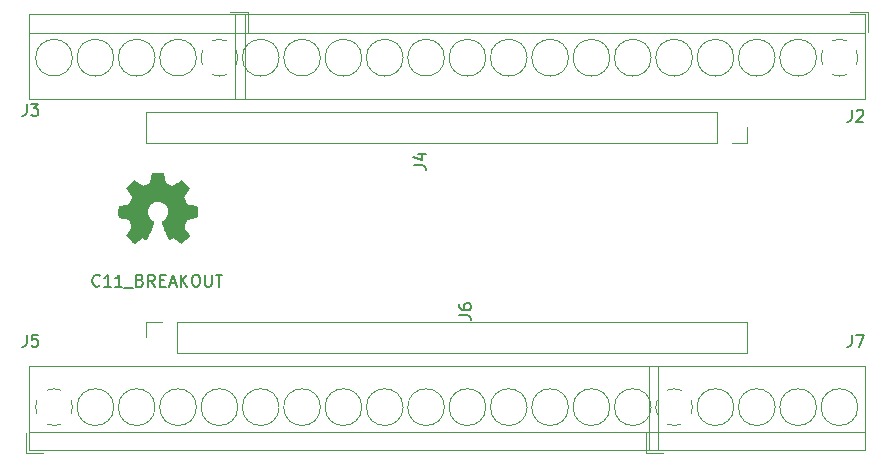
<source format=gbr>
G04 #@! TF.GenerationSoftware,KiCad,Pcbnew,5.1.5+dfsg1-2build2*
G04 #@! TF.CreationDate,2021-02-18T12:16:05-05:00*
G04 #@! TF.ProjectId,C11,4331312e-6b69-4636-9164-5f7063625858,rev?*
G04 #@! TF.SameCoordinates,Original*
G04 #@! TF.FileFunction,Legend,Top*
G04 #@! TF.FilePolarity,Positive*
%FSLAX46Y46*%
G04 Gerber Fmt 4.6, Leading zero omitted, Abs format (unit mm)*
G04 Created by KiCad (PCBNEW 5.1.5+dfsg1-2build2) date 2021-02-18 12:16:05*
%MOMM*%
%LPD*%
G04 APERTURE LIST*
%ADD10C,0.150000*%
%ADD11C,0.120000*%
%ADD12C,0.010000*%
G04 APERTURE END LIST*
D10*
X29990066Y-43537142D02*
X29942447Y-43584761D01*
X29799590Y-43632380D01*
X29704352Y-43632380D01*
X29561495Y-43584761D01*
X29466257Y-43489523D01*
X29418638Y-43394285D01*
X29371019Y-43203809D01*
X29371019Y-43060952D01*
X29418638Y-42870476D01*
X29466257Y-42775238D01*
X29561495Y-42680000D01*
X29704352Y-42632380D01*
X29799590Y-42632380D01*
X29942447Y-42680000D01*
X29990066Y-42727619D01*
X30942447Y-43632380D02*
X30371019Y-43632380D01*
X30656733Y-43632380D02*
X30656733Y-42632380D01*
X30561495Y-42775238D01*
X30466257Y-42870476D01*
X30371019Y-42918095D01*
X31894828Y-43632380D02*
X31323400Y-43632380D01*
X31609114Y-43632380D02*
X31609114Y-42632380D01*
X31513876Y-42775238D01*
X31418638Y-42870476D01*
X31323400Y-42918095D01*
X32085304Y-43727619D02*
X32847209Y-43727619D01*
X33418638Y-43108571D02*
X33561495Y-43156190D01*
X33609114Y-43203809D01*
X33656733Y-43299047D01*
X33656733Y-43441904D01*
X33609114Y-43537142D01*
X33561495Y-43584761D01*
X33466257Y-43632380D01*
X33085304Y-43632380D01*
X33085304Y-42632380D01*
X33418638Y-42632380D01*
X33513876Y-42680000D01*
X33561495Y-42727619D01*
X33609114Y-42822857D01*
X33609114Y-42918095D01*
X33561495Y-43013333D01*
X33513876Y-43060952D01*
X33418638Y-43108571D01*
X33085304Y-43108571D01*
X34656733Y-43632380D02*
X34323400Y-43156190D01*
X34085304Y-43632380D02*
X34085304Y-42632380D01*
X34466257Y-42632380D01*
X34561495Y-42680000D01*
X34609114Y-42727619D01*
X34656733Y-42822857D01*
X34656733Y-42965714D01*
X34609114Y-43060952D01*
X34561495Y-43108571D01*
X34466257Y-43156190D01*
X34085304Y-43156190D01*
X35085304Y-43108571D02*
X35418638Y-43108571D01*
X35561495Y-43632380D02*
X35085304Y-43632380D01*
X35085304Y-42632380D01*
X35561495Y-42632380D01*
X35942447Y-43346666D02*
X36418638Y-43346666D01*
X35847209Y-43632380D02*
X36180542Y-42632380D01*
X36513876Y-43632380D01*
X36847209Y-43632380D02*
X36847209Y-42632380D01*
X37418638Y-43632380D02*
X36990066Y-43060952D01*
X37418638Y-42632380D02*
X36847209Y-43203809D01*
X38037685Y-42632380D02*
X38228161Y-42632380D01*
X38323400Y-42680000D01*
X38418638Y-42775238D01*
X38466257Y-42965714D01*
X38466257Y-43299047D01*
X38418638Y-43489523D01*
X38323400Y-43584761D01*
X38228161Y-43632380D01*
X38037685Y-43632380D01*
X37942447Y-43584761D01*
X37847209Y-43489523D01*
X37799590Y-43299047D01*
X37799590Y-42965714D01*
X37847209Y-42775238D01*
X37942447Y-42680000D01*
X38037685Y-42632380D01*
X38894828Y-42632380D02*
X38894828Y-43441904D01*
X38942447Y-43537142D01*
X38990066Y-43584761D01*
X39085304Y-43632380D01*
X39275780Y-43632380D01*
X39371019Y-43584761D01*
X39418638Y-43537142D01*
X39466257Y-43441904D01*
X39466257Y-42632380D01*
X39799590Y-42632380D02*
X40371019Y-42632380D01*
X40085304Y-43632380D02*
X40085304Y-42632380D01*
D11*
X33910000Y-47940000D02*
X33910000Y-46610000D01*
X33910000Y-46610000D02*
X35240000Y-46610000D01*
X36510000Y-46610000D02*
X84830000Y-46610000D01*
X84830000Y-49270000D02*
X84830000Y-46610000D01*
X36510000Y-49270000D02*
X84830000Y-49270000D01*
X36510000Y-49270000D02*
X36510000Y-46610000D01*
X76220000Y-57743000D02*
X77720000Y-57743000D01*
X76220000Y-56003000D02*
X76220000Y-57743000D01*
X94780000Y-50383000D02*
X94780000Y-57503000D01*
X76460000Y-50383000D02*
X76460000Y-57503000D01*
X76460000Y-57503000D02*
X94780000Y-57503000D01*
X76460000Y-50383000D02*
X94780000Y-50383000D01*
X76460000Y-55943000D02*
X94780000Y-55943000D01*
X94175000Y-53843000D02*
G75*
G03X94175000Y-53843000I-1555000J0D01*
G01*
X90675000Y-53843000D02*
G75*
G03X90675000Y-53843000I-1555000J0D01*
G01*
X87175000Y-53843000D02*
G75*
G03X87175000Y-53843000I-1555000J0D01*
G01*
X83675000Y-53843000D02*
G75*
G03X83675000Y-53843000I-1555000J0D01*
G01*
X78647011Y-55398492D02*
G75*
G02X78012000Y-55275000I-27011J1555492D01*
G01*
X77187891Y-54450742D02*
G75*
G02X77188000Y-53235000I1432109J607742D01*
G01*
X78012258Y-52410891D02*
G75*
G02X79228000Y-52411000I607742J-1432109D01*
G01*
X80052109Y-53235258D02*
G75*
G02X80052000Y-54451000I-1432109J-607742D01*
G01*
X79227587Y-55274385D02*
G75*
G02X78620000Y-55398000I-607587J1431385D01*
G01*
X23720000Y-57743000D02*
X25220000Y-57743000D01*
X23720000Y-56003000D02*
X23720000Y-57743000D01*
X77280000Y-50383000D02*
X77280000Y-57503000D01*
X23960000Y-50383000D02*
X23960000Y-57503000D01*
X23960000Y-57503000D02*
X77280000Y-57503000D01*
X23960000Y-50383000D02*
X77280000Y-50383000D01*
X23960000Y-55943000D02*
X77280000Y-55943000D01*
X76675000Y-53843000D02*
G75*
G03X76675000Y-53843000I-1555000J0D01*
G01*
X73175000Y-53843000D02*
G75*
G03X73175000Y-53843000I-1555000J0D01*
G01*
X69675000Y-53843000D02*
G75*
G03X69675000Y-53843000I-1555000J0D01*
G01*
X66175000Y-53843000D02*
G75*
G03X66175000Y-53843000I-1555000J0D01*
G01*
X62675000Y-53843000D02*
G75*
G03X62675000Y-53843000I-1555000J0D01*
G01*
X59175000Y-53843000D02*
G75*
G03X59175000Y-53843000I-1555000J0D01*
G01*
X55675000Y-53843000D02*
G75*
G03X55675000Y-53843000I-1555000J0D01*
G01*
X52175000Y-53843000D02*
G75*
G03X52175000Y-53843000I-1555000J0D01*
G01*
X48675000Y-53843000D02*
G75*
G03X48675000Y-53843000I-1555000J0D01*
G01*
X45175000Y-53843000D02*
G75*
G03X45175000Y-53843000I-1555000J0D01*
G01*
X41675000Y-53843000D02*
G75*
G03X41675000Y-53843000I-1555000J0D01*
G01*
X38175000Y-53843000D02*
G75*
G03X38175000Y-53843000I-1555000J0D01*
G01*
X34675000Y-53843000D02*
G75*
G03X34675000Y-53843000I-1555000J0D01*
G01*
X31175000Y-53843000D02*
G75*
G03X31175000Y-53843000I-1555000J0D01*
G01*
X26147011Y-55398492D02*
G75*
G02X25512000Y-55275000I-27011J1555492D01*
G01*
X24687891Y-54450742D02*
G75*
G02X24688000Y-53235000I1432109J607742D01*
G01*
X25512258Y-52410891D02*
G75*
G02X26728000Y-52411000I607742J-1432109D01*
G01*
X27552109Y-53235258D02*
G75*
G02X27552000Y-54451000I-1432109J-607742D01*
G01*
X26727587Y-55274385D02*
G75*
G02X26120000Y-55398000I-607587J1431385D01*
G01*
X84830000Y-30160000D02*
X84830000Y-31490000D01*
X84830000Y-31490000D02*
X83500000Y-31490000D01*
X82230000Y-31490000D02*
X33910000Y-31490000D01*
X33910000Y-28830000D02*
X33910000Y-31490000D01*
X82230000Y-28830000D02*
X33910000Y-28830000D01*
X82230000Y-28830000D02*
X82230000Y-31490000D01*
X42520000Y-20357000D02*
X41020000Y-20357000D01*
X42520000Y-22097000D02*
X42520000Y-20357000D01*
X23960000Y-27717000D02*
X23960000Y-20597000D01*
X42280000Y-27717000D02*
X42280000Y-20597000D01*
X42280000Y-20597000D02*
X23960000Y-20597000D01*
X42280000Y-27717000D02*
X23960000Y-27717000D01*
X42280000Y-22157000D02*
X23960000Y-22157000D01*
X27675000Y-24257000D02*
G75*
G03X27675000Y-24257000I-1555000J0D01*
G01*
X31175000Y-24257000D02*
G75*
G03X31175000Y-24257000I-1555000J0D01*
G01*
X34675000Y-24257000D02*
G75*
G03X34675000Y-24257000I-1555000J0D01*
G01*
X38175000Y-24257000D02*
G75*
G03X38175000Y-24257000I-1555000J0D01*
G01*
X40092989Y-22701508D02*
G75*
G02X40728000Y-22825000I27011J-1555492D01*
G01*
X41552109Y-23649258D02*
G75*
G02X41552000Y-24865000I-1432109J-607742D01*
G01*
X40727742Y-25689109D02*
G75*
G02X39512000Y-25689000I-607742J1432109D01*
G01*
X38687891Y-24864742D02*
G75*
G02X38688000Y-23649000I1432109J607742D01*
G01*
X39512413Y-22825615D02*
G75*
G02X40120000Y-22702000I607587J-1431385D01*
G01*
X95020000Y-20357000D02*
X93520000Y-20357000D01*
X95020000Y-22097000D02*
X95020000Y-20357000D01*
X41460000Y-27717000D02*
X41460000Y-20597000D01*
X94780000Y-27717000D02*
X94780000Y-20597000D01*
X94780000Y-20597000D02*
X41460000Y-20597000D01*
X94780000Y-27717000D02*
X41460000Y-27717000D01*
X94780000Y-22157000D02*
X41460000Y-22157000D01*
X45175000Y-24257000D02*
G75*
G03X45175000Y-24257000I-1555000J0D01*
G01*
X48675000Y-24257000D02*
G75*
G03X48675000Y-24257000I-1555000J0D01*
G01*
X52175000Y-24257000D02*
G75*
G03X52175000Y-24257000I-1555000J0D01*
G01*
X55675000Y-24257000D02*
G75*
G03X55675000Y-24257000I-1555000J0D01*
G01*
X59175000Y-24257000D02*
G75*
G03X59175000Y-24257000I-1555000J0D01*
G01*
X62675000Y-24257000D02*
G75*
G03X62675000Y-24257000I-1555000J0D01*
G01*
X66175000Y-24257000D02*
G75*
G03X66175000Y-24257000I-1555000J0D01*
G01*
X69675000Y-24257000D02*
G75*
G03X69675000Y-24257000I-1555000J0D01*
G01*
X73175000Y-24257000D02*
G75*
G03X73175000Y-24257000I-1555000J0D01*
G01*
X76675000Y-24257000D02*
G75*
G03X76675000Y-24257000I-1555000J0D01*
G01*
X80175000Y-24257000D02*
G75*
G03X80175000Y-24257000I-1555000J0D01*
G01*
X83675000Y-24257000D02*
G75*
G03X83675000Y-24257000I-1555000J0D01*
G01*
X87175000Y-24257000D02*
G75*
G03X87175000Y-24257000I-1555000J0D01*
G01*
X90675000Y-24257000D02*
G75*
G03X90675000Y-24257000I-1555000J0D01*
G01*
X92592989Y-22701508D02*
G75*
G02X93228000Y-22825000I27011J-1555492D01*
G01*
X94052109Y-23649258D02*
G75*
G02X94052000Y-24865000I-1432109J-607742D01*
G01*
X93227742Y-25689109D02*
G75*
G02X92012000Y-25689000I-607742J1432109D01*
G01*
X91187891Y-24864742D02*
G75*
G02X91188000Y-23649000I1432109J607742D01*
G01*
X92012413Y-22825615D02*
G75*
G02X92620000Y-22702000I607587J-1431385D01*
G01*
D12*
G36*
X35430014Y-34451331D02*
G01*
X35513835Y-34895955D01*
X35823120Y-35023453D01*
X36132406Y-35150951D01*
X36503446Y-34898646D01*
X36607357Y-34828396D01*
X36701287Y-34765672D01*
X36780852Y-34713338D01*
X36841670Y-34674257D01*
X36879357Y-34651293D01*
X36889621Y-34646342D01*
X36908110Y-34659076D01*
X36947620Y-34694282D01*
X37003722Y-34747462D01*
X37071987Y-34814118D01*
X37147986Y-34889754D01*
X37227292Y-34969872D01*
X37305475Y-35049974D01*
X37378107Y-35125564D01*
X37440759Y-35192145D01*
X37489003Y-35245218D01*
X37518410Y-35280287D01*
X37525441Y-35292023D01*
X37515323Y-35313660D01*
X37486959Y-35361062D01*
X37443329Y-35429593D01*
X37387418Y-35514615D01*
X37322206Y-35611493D01*
X37284419Y-35666750D01*
X37215543Y-35767648D01*
X37154340Y-35858699D01*
X37103778Y-35935370D01*
X37066828Y-35993128D01*
X37046458Y-36027443D01*
X37043397Y-36034654D01*
X37050336Y-36055148D01*
X37069251Y-36102913D01*
X37097287Y-36171232D01*
X37131591Y-36253389D01*
X37169309Y-36342670D01*
X37207587Y-36432358D01*
X37243570Y-36515738D01*
X37274406Y-36586094D01*
X37297239Y-36636710D01*
X37309217Y-36660871D01*
X37309924Y-36661822D01*
X37328731Y-36666436D01*
X37378818Y-36676728D01*
X37454993Y-36691687D01*
X37552065Y-36710301D01*
X37664843Y-36731559D01*
X37730642Y-36743818D01*
X37851150Y-36766762D01*
X37959997Y-36788595D01*
X38051676Y-36808122D01*
X38120681Y-36824148D01*
X38161504Y-36835479D01*
X38169711Y-36839074D01*
X38177748Y-36863406D01*
X38184233Y-36918359D01*
X38189170Y-36997508D01*
X38192564Y-37094426D01*
X38194418Y-37202687D01*
X38194738Y-37315865D01*
X38193527Y-37427535D01*
X38190790Y-37531268D01*
X38186531Y-37620641D01*
X38180755Y-37689226D01*
X38173467Y-37730597D01*
X38169095Y-37739210D01*
X38142964Y-37749533D01*
X38087593Y-37764292D01*
X38010307Y-37781752D01*
X37918430Y-37800180D01*
X37886358Y-37806141D01*
X37731724Y-37834466D01*
X37609575Y-37857276D01*
X37515873Y-37875480D01*
X37446584Y-37889983D01*
X37397671Y-37901692D01*
X37365097Y-37911515D01*
X37344828Y-37920356D01*
X37332826Y-37929124D01*
X37331147Y-37930857D01*
X37314384Y-37958771D01*
X37288814Y-38013095D01*
X37256988Y-38087177D01*
X37221460Y-38174365D01*
X37184783Y-38268008D01*
X37149511Y-38361452D01*
X37118196Y-38448047D01*
X37093393Y-38521140D01*
X37077654Y-38574078D01*
X37073532Y-38600211D01*
X37073876Y-38601126D01*
X37087841Y-38622486D01*
X37119522Y-38669484D01*
X37165591Y-38737227D01*
X37222718Y-38820823D01*
X37287573Y-38915382D01*
X37306043Y-38942254D01*
X37371899Y-39039675D01*
X37429850Y-39128563D01*
X37476738Y-39203812D01*
X37509407Y-39260320D01*
X37524700Y-39292981D01*
X37525441Y-39296993D01*
X37512592Y-39318084D01*
X37477088Y-39359864D01*
X37423493Y-39417845D01*
X37356371Y-39487535D01*
X37280287Y-39564445D01*
X37199804Y-39644083D01*
X37119487Y-39721961D01*
X37043899Y-39793586D01*
X36977605Y-39854470D01*
X36925169Y-39900121D01*
X36891155Y-39926050D01*
X36881745Y-39930283D01*
X36859843Y-39920312D01*
X36815000Y-39893420D01*
X36754521Y-39854136D01*
X36707989Y-39822517D01*
X36623675Y-39764498D01*
X36523826Y-39696184D01*
X36423673Y-39627979D01*
X36369827Y-39591475D01*
X36187571Y-39468200D01*
X36034581Y-39550920D01*
X35964882Y-39587159D01*
X35905614Y-39615326D01*
X35865511Y-39631391D01*
X35855303Y-39633626D01*
X35843029Y-39617122D01*
X35818813Y-39570482D01*
X35784463Y-39498009D01*
X35741788Y-39404006D01*
X35692594Y-39292774D01*
X35638690Y-39168615D01*
X35581884Y-39035832D01*
X35523982Y-38898727D01*
X35466793Y-38761602D01*
X35412124Y-38628758D01*
X35361784Y-38504498D01*
X35317580Y-38393125D01*
X35281319Y-38298939D01*
X35254809Y-38226244D01*
X35239858Y-38179341D01*
X35237454Y-38163233D01*
X35256511Y-38142686D01*
X35298236Y-38109333D01*
X35353906Y-38070102D01*
X35358578Y-38066999D01*
X35502464Y-37951823D01*
X35618483Y-37817453D01*
X35705630Y-37668184D01*
X35762899Y-37508313D01*
X35789286Y-37342137D01*
X35783785Y-37173952D01*
X35745390Y-37008055D01*
X35673095Y-36848742D01*
X35651826Y-36813887D01*
X35541196Y-36673137D01*
X35410502Y-36560114D01*
X35264264Y-36475403D01*
X35107008Y-36419594D01*
X34943257Y-36393274D01*
X34777533Y-36397030D01*
X34614362Y-36431450D01*
X34458265Y-36497123D01*
X34313767Y-36594635D01*
X34269069Y-36634213D01*
X34155312Y-36758103D01*
X34072418Y-36888524D01*
X34015556Y-37034715D01*
X33983887Y-37179488D01*
X33976069Y-37342260D01*
X34002138Y-37505840D01*
X34059445Y-37664698D01*
X34145344Y-37813306D01*
X34257186Y-37946135D01*
X34392323Y-38057656D01*
X34410083Y-38069411D01*
X34466350Y-38107908D01*
X34509123Y-38141263D01*
X34529572Y-38162560D01*
X34529869Y-38163233D01*
X34525479Y-38186271D01*
X34508076Y-38238557D01*
X34479468Y-38315790D01*
X34441465Y-38413668D01*
X34395874Y-38527891D01*
X34344503Y-38654158D01*
X34289162Y-38788167D01*
X34231658Y-38925618D01*
X34173801Y-39062208D01*
X34117398Y-39193637D01*
X34064258Y-39315605D01*
X34016190Y-39423809D01*
X33975001Y-39513949D01*
X33942501Y-39581723D01*
X33920497Y-39622830D01*
X33911636Y-39633626D01*
X33884560Y-39625219D01*
X33833897Y-39602672D01*
X33768383Y-39570013D01*
X33732359Y-39550920D01*
X33579368Y-39468200D01*
X33397112Y-39591475D01*
X33304075Y-39654628D01*
X33202215Y-39724127D01*
X33106762Y-39789565D01*
X33058950Y-39822517D01*
X32991705Y-39867673D01*
X32934764Y-39903457D01*
X32895554Y-39925338D01*
X32882819Y-39929963D01*
X32864283Y-39917485D01*
X32823259Y-39882652D01*
X32763725Y-39829078D01*
X32689658Y-39760383D01*
X32605035Y-39680181D01*
X32551515Y-39628686D01*
X32457881Y-39536686D01*
X32376959Y-39454399D01*
X32312023Y-39385345D01*
X32266342Y-39333044D01*
X32243189Y-39301016D01*
X32240968Y-39294516D01*
X32251276Y-39269794D01*
X32279761Y-39219805D01*
X32323263Y-39149612D01*
X32378623Y-39064275D01*
X32442680Y-38968856D01*
X32460897Y-38942254D01*
X32527273Y-38845567D01*
X32586822Y-38758517D01*
X32636216Y-38685995D01*
X32672125Y-38632893D01*
X32691219Y-38604103D01*
X32693064Y-38601126D01*
X32690305Y-38578182D01*
X32675662Y-38527736D01*
X32651687Y-38456441D01*
X32620934Y-38370947D01*
X32585956Y-38277907D01*
X32549307Y-38183974D01*
X32513539Y-38095799D01*
X32481206Y-38020034D01*
X32454862Y-37963331D01*
X32437058Y-37932343D01*
X32435793Y-37930857D01*
X32424906Y-37922001D01*
X32406518Y-37913243D01*
X32376594Y-37903677D01*
X32331097Y-37892396D01*
X32265991Y-37878493D01*
X32177239Y-37861063D01*
X32060807Y-37839198D01*
X31912658Y-37811991D01*
X31880582Y-37806141D01*
X31785514Y-37787774D01*
X31702635Y-37769805D01*
X31639270Y-37753969D01*
X31602742Y-37742000D01*
X31597844Y-37739210D01*
X31589773Y-37714472D01*
X31583213Y-37659190D01*
X31578167Y-37579789D01*
X31574641Y-37482696D01*
X31572639Y-37374338D01*
X31572164Y-37261140D01*
X31573223Y-37149528D01*
X31575818Y-37045929D01*
X31579954Y-36956768D01*
X31585637Y-36888472D01*
X31592869Y-36847466D01*
X31597229Y-36839074D01*
X31621502Y-36830608D01*
X31676774Y-36816835D01*
X31757538Y-36798950D01*
X31858288Y-36778148D01*
X31973517Y-36755623D01*
X32036298Y-36743818D01*
X32155413Y-36721551D01*
X32261635Y-36701379D01*
X32349773Y-36684315D01*
X32414634Y-36671369D01*
X32451026Y-36663555D01*
X32457016Y-36661822D01*
X32467139Y-36642290D01*
X32488538Y-36595243D01*
X32518361Y-36527403D01*
X32553755Y-36445491D01*
X32591868Y-36356228D01*
X32629847Y-36266335D01*
X32664840Y-36182535D01*
X32693994Y-36111547D01*
X32714457Y-36060094D01*
X32723377Y-36034897D01*
X32723543Y-36033796D01*
X32713431Y-36013919D01*
X32685083Y-35968177D01*
X32641477Y-35901117D01*
X32585594Y-35817284D01*
X32520413Y-35721226D01*
X32482521Y-35666050D01*
X32413475Y-35564881D01*
X32352150Y-35473030D01*
X32301537Y-35395144D01*
X32264629Y-35335869D01*
X32244418Y-35299851D01*
X32241499Y-35291777D01*
X32254047Y-35272984D01*
X32288737Y-35232857D01*
X32341137Y-35175893D01*
X32406816Y-35106585D01*
X32481344Y-35029431D01*
X32560287Y-34948925D01*
X32639217Y-34869563D01*
X32713700Y-34795840D01*
X32779306Y-34732252D01*
X32831604Y-34683294D01*
X32866161Y-34653461D01*
X32877722Y-34646342D01*
X32896546Y-34656353D01*
X32941569Y-34684478D01*
X33008413Y-34727854D01*
X33092701Y-34783618D01*
X33190056Y-34848906D01*
X33263493Y-34898646D01*
X33634533Y-35150951D01*
X34253105Y-34895955D01*
X34336925Y-34451331D01*
X34420746Y-34006707D01*
X35346194Y-34006707D01*
X35430014Y-34451331D01*
G37*
X35430014Y-34451331D02*
X35513835Y-34895955D01*
X35823120Y-35023453D01*
X36132406Y-35150951D01*
X36503446Y-34898646D01*
X36607357Y-34828396D01*
X36701287Y-34765672D01*
X36780852Y-34713338D01*
X36841670Y-34674257D01*
X36879357Y-34651293D01*
X36889621Y-34646342D01*
X36908110Y-34659076D01*
X36947620Y-34694282D01*
X37003722Y-34747462D01*
X37071987Y-34814118D01*
X37147986Y-34889754D01*
X37227292Y-34969872D01*
X37305475Y-35049974D01*
X37378107Y-35125564D01*
X37440759Y-35192145D01*
X37489003Y-35245218D01*
X37518410Y-35280287D01*
X37525441Y-35292023D01*
X37515323Y-35313660D01*
X37486959Y-35361062D01*
X37443329Y-35429593D01*
X37387418Y-35514615D01*
X37322206Y-35611493D01*
X37284419Y-35666750D01*
X37215543Y-35767648D01*
X37154340Y-35858699D01*
X37103778Y-35935370D01*
X37066828Y-35993128D01*
X37046458Y-36027443D01*
X37043397Y-36034654D01*
X37050336Y-36055148D01*
X37069251Y-36102913D01*
X37097287Y-36171232D01*
X37131591Y-36253389D01*
X37169309Y-36342670D01*
X37207587Y-36432358D01*
X37243570Y-36515738D01*
X37274406Y-36586094D01*
X37297239Y-36636710D01*
X37309217Y-36660871D01*
X37309924Y-36661822D01*
X37328731Y-36666436D01*
X37378818Y-36676728D01*
X37454993Y-36691687D01*
X37552065Y-36710301D01*
X37664843Y-36731559D01*
X37730642Y-36743818D01*
X37851150Y-36766762D01*
X37959997Y-36788595D01*
X38051676Y-36808122D01*
X38120681Y-36824148D01*
X38161504Y-36835479D01*
X38169711Y-36839074D01*
X38177748Y-36863406D01*
X38184233Y-36918359D01*
X38189170Y-36997508D01*
X38192564Y-37094426D01*
X38194418Y-37202687D01*
X38194738Y-37315865D01*
X38193527Y-37427535D01*
X38190790Y-37531268D01*
X38186531Y-37620641D01*
X38180755Y-37689226D01*
X38173467Y-37730597D01*
X38169095Y-37739210D01*
X38142964Y-37749533D01*
X38087593Y-37764292D01*
X38010307Y-37781752D01*
X37918430Y-37800180D01*
X37886358Y-37806141D01*
X37731724Y-37834466D01*
X37609575Y-37857276D01*
X37515873Y-37875480D01*
X37446584Y-37889983D01*
X37397671Y-37901692D01*
X37365097Y-37911515D01*
X37344828Y-37920356D01*
X37332826Y-37929124D01*
X37331147Y-37930857D01*
X37314384Y-37958771D01*
X37288814Y-38013095D01*
X37256988Y-38087177D01*
X37221460Y-38174365D01*
X37184783Y-38268008D01*
X37149511Y-38361452D01*
X37118196Y-38448047D01*
X37093393Y-38521140D01*
X37077654Y-38574078D01*
X37073532Y-38600211D01*
X37073876Y-38601126D01*
X37087841Y-38622486D01*
X37119522Y-38669484D01*
X37165591Y-38737227D01*
X37222718Y-38820823D01*
X37287573Y-38915382D01*
X37306043Y-38942254D01*
X37371899Y-39039675D01*
X37429850Y-39128563D01*
X37476738Y-39203812D01*
X37509407Y-39260320D01*
X37524700Y-39292981D01*
X37525441Y-39296993D01*
X37512592Y-39318084D01*
X37477088Y-39359864D01*
X37423493Y-39417845D01*
X37356371Y-39487535D01*
X37280287Y-39564445D01*
X37199804Y-39644083D01*
X37119487Y-39721961D01*
X37043899Y-39793586D01*
X36977605Y-39854470D01*
X36925169Y-39900121D01*
X36891155Y-39926050D01*
X36881745Y-39930283D01*
X36859843Y-39920312D01*
X36815000Y-39893420D01*
X36754521Y-39854136D01*
X36707989Y-39822517D01*
X36623675Y-39764498D01*
X36523826Y-39696184D01*
X36423673Y-39627979D01*
X36369827Y-39591475D01*
X36187571Y-39468200D01*
X36034581Y-39550920D01*
X35964882Y-39587159D01*
X35905614Y-39615326D01*
X35865511Y-39631391D01*
X35855303Y-39633626D01*
X35843029Y-39617122D01*
X35818813Y-39570482D01*
X35784463Y-39498009D01*
X35741788Y-39404006D01*
X35692594Y-39292774D01*
X35638690Y-39168615D01*
X35581884Y-39035832D01*
X35523982Y-38898727D01*
X35466793Y-38761602D01*
X35412124Y-38628758D01*
X35361784Y-38504498D01*
X35317580Y-38393125D01*
X35281319Y-38298939D01*
X35254809Y-38226244D01*
X35239858Y-38179341D01*
X35237454Y-38163233D01*
X35256511Y-38142686D01*
X35298236Y-38109333D01*
X35353906Y-38070102D01*
X35358578Y-38066999D01*
X35502464Y-37951823D01*
X35618483Y-37817453D01*
X35705630Y-37668184D01*
X35762899Y-37508313D01*
X35789286Y-37342137D01*
X35783785Y-37173952D01*
X35745390Y-37008055D01*
X35673095Y-36848742D01*
X35651826Y-36813887D01*
X35541196Y-36673137D01*
X35410502Y-36560114D01*
X35264264Y-36475403D01*
X35107008Y-36419594D01*
X34943257Y-36393274D01*
X34777533Y-36397030D01*
X34614362Y-36431450D01*
X34458265Y-36497123D01*
X34313767Y-36594635D01*
X34269069Y-36634213D01*
X34155312Y-36758103D01*
X34072418Y-36888524D01*
X34015556Y-37034715D01*
X33983887Y-37179488D01*
X33976069Y-37342260D01*
X34002138Y-37505840D01*
X34059445Y-37664698D01*
X34145344Y-37813306D01*
X34257186Y-37946135D01*
X34392323Y-38057656D01*
X34410083Y-38069411D01*
X34466350Y-38107908D01*
X34509123Y-38141263D01*
X34529572Y-38162560D01*
X34529869Y-38163233D01*
X34525479Y-38186271D01*
X34508076Y-38238557D01*
X34479468Y-38315790D01*
X34441465Y-38413668D01*
X34395874Y-38527891D01*
X34344503Y-38654158D01*
X34289162Y-38788167D01*
X34231658Y-38925618D01*
X34173801Y-39062208D01*
X34117398Y-39193637D01*
X34064258Y-39315605D01*
X34016190Y-39423809D01*
X33975001Y-39513949D01*
X33942501Y-39581723D01*
X33920497Y-39622830D01*
X33911636Y-39633626D01*
X33884560Y-39625219D01*
X33833897Y-39602672D01*
X33768383Y-39570013D01*
X33732359Y-39550920D01*
X33579368Y-39468200D01*
X33397112Y-39591475D01*
X33304075Y-39654628D01*
X33202215Y-39724127D01*
X33106762Y-39789565D01*
X33058950Y-39822517D01*
X32991705Y-39867673D01*
X32934764Y-39903457D01*
X32895554Y-39925338D01*
X32882819Y-39929963D01*
X32864283Y-39917485D01*
X32823259Y-39882652D01*
X32763725Y-39829078D01*
X32689658Y-39760383D01*
X32605035Y-39680181D01*
X32551515Y-39628686D01*
X32457881Y-39536686D01*
X32376959Y-39454399D01*
X32312023Y-39385345D01*
X32266342Y-39333044D01*
X32243189Y-39301016D01*
X32240968Y-39294516D01*
X32251276Y-39269794D01*
X32279761Y-39219805D01*
X32323263Y-39149612D01*
X32378623Y-39064275D01*
X32442680Y-38968856D01*
X32460897Y-38942254D01*
X32527273Y-38845567D01*
X32586822Y-38758517D01*
X32636216Y-38685995D01*
X32672125Y-38632893D01*
X32691219Y-38604103D01*
X32693064Y-38601126D01*
X32690305Y-38578182D01*
X32675662Y-38527736D01*
X32651687Y-38456441D01*
X32620934Y-38370947D01*
X32585956Y-38277907D01*
X32549307Y-38183974D01*
X32513539Y-38095799D01*
X32481206Y-38020034D01*
X32454862Y-37963331D01*
X32437058Y-37932343D01*
X32435793Y-37930857D01*
X32424906Y-37922001D01*
X32406518Y-37913243D01*
X32376594Y-37903677D01*
X32331097Y-37892396D01*
X32265991Y-37878493D01*
X32177239Y-37861063D01*
X32060807Y-37839198D01*
X31912658Y-37811991D01*
X31880582Y-37806141D01*
X31785514Y-37787774D01*
X31702635Y-37769805D01*
X31639270Y-37753969D01*
X31602742Y-37742000D01*
X31597844Y-37739210D01*
X31589773Y-37714472D01*
X31583213Y-37659190D01*
X31578167Y-37579789D01*
X31574641Y-37482696D01*
X31572639Y-37374338D01*
X31572164Y-37261140D01*
X31573223Y-37149528D01*
X31575818Y-37045929D01*
X31579954Y-36956768D01*
X31585637Y-36888472D01*
X31592869Y-36847466D01*
X31597229Y-36839074D01*
X31621502Y-36830608D01*
X31676774Y-36816835D01*
X31757538Y-36798950D01*
X31858288Y-36778148D01*
X31973517Y-36755623D01*
X32036298Y-36743818D01*
X32155413Y-36721551D01*
X32261635Y-36701379D01*
X32349773Y-36684315D01*
X32414634Y-36671369D01*
X32451026Y-36663555D01*
X32457016Y-36661822D01*
X32467139Y-36642290D01*
X32488538Y-36595243D01*
X32518361Y-36527403D01*
X32553755Y-36445491D01*
X32591868Y-36356228D01*
X32629847Y-36266335D01*
X32664840Y-36182535D01*
X32693994Y-36111547D01*
X32714457Y-36060094D01*
X32723377Y-36034897D01*
X32723543Y-36033796D01*
X32713431Y-36013919D01*
X32685083Y-35968177D01*
X32641477Y-35901117D01*
X32585594Y-35817284D01*
X32520413Y-35721226D01*
X32482521Y-35666050D01*
X32413475Y-35564881D01*
X32352150Y-35473030D01*
X32301537Y-35395144D01*
X32264629Y-35335869D01*
X32244418Y-35299851D01*
X32241499Y-35291777D01*
X32254047Y-35272984D01*
X32288737Y-35232857D01*
X32341137Y-35175893D01*
X32406816Y-35106585D01*
X32481344Y-35029431D01*
X32560287Y-34948925D01*
X32639217Y-34869563D01*
X32713700Y-34795840D01*
X32779306Y-34732252D01*
X32831604Y-34683294D01*
X32866161Y-34653461D01*
X32877722Y-34646342D01*
X32896546Y-34656353D01*
X32941569Y-34684478D01*
X33008413Y-34727854D01*
X33092701Y-34783618D01*
X33190056Y-34848906D01*
X33263493Y-34898646D01*
X33634533Y-35150951D01*
X34253105Y-34895955D01*
X34336925Y-34451331D01*
X34420746Y-34006707D01*
X35346194Y-34006707D01*
X35430014Y-34451331D01*
D10*
X60412380Y-46053333D02*
X61126666Y-46053333D01*
X61269523Y-46100952D01*
X61364761Y-46196190D01*
X61412380Y-46339047D01*
X61412380Y-46434285D01*
X60412380Y-45148571D02*
X60412380Y-45339047D01*
X60460000Y-45434285D01*
X60507619Y-45481904D01*
X60650476Y-45577142D01*
X60840952Y-45624761D01*
X61221904Y-45624761D01*
X61317142Y-45577142D01*
X61364761Y-45529523D01*
X61412380Y-45434285D01*
X61412380Y-45243809D01*
X61364761Y-45148571D01*
X61317142Y-45100952D01*
X61221904Y-45053333D01*
X60983809Y-45053333D01*
X60888571Y-45100952D01*
X60840952Y-45148571D01*
X60793333Y-45243809D01*
X60793333Y-45434285D01*
X60840952Y-45529523D01*
X60888571Y-45577142D01*
X60983809Y-45624761D01*
X93646666Y-47712380D02*
X93646666Y-48426666D01*
X93599047Y-48569523D01*
X93503809Y-48664761D01*
X93360952Y-48712380D01*
X93265714Y-48712380D01*
X94027619Y-47712380D02*
X94694285Y-47712380D01*
X94265714Y-48712380D01*
X23796666Y-47712380D02*
X23796666Y-48426666D01*
X23749047Y-48569523D01*
X23653809Y-48664761D01*
X23510952Y-48712380D01*
X23415714Y-48712380D01*
X24749047Y-47712380D02*
X24272857Y-47712380D01*
X24225238Y-48188571D01*
X24272857Y-48140952D01*
X24368095Y-48093333D01*
X24606190Y-48093333D01*
X24701428Y-48140952D01*
X24749047Y-48188571D01*
X24796666Y-48283809D01*
X24796666Y-48521904D01*
X24749047Y-48617142D01*
X24701428Y-48664761D01*
X24606190Y-48712380D01*
X24368095Y-48712380D01*
X24272857Y-48664761D01*
X24225238Y-48617142D01*
X56602380Y-33353333D02*
X57316666Y-33353333D01*
X57459523Y-33400952D01*
X57554761Y-33496190D01*
X57602380Y-33639047D01*
X57602380Y-33734285D01*
X56935714Y-32448571D02*
X57602380Y-32448571D01*
X56554761Y-32686666D02*
X57269047Y-32924761D01*
X57269047Y-32305714D01*
X23796666Y-28169380D02*
X23796666Y-28883666D01*
X23749047Y-29026523D01*
X23653809Y-29121761D01*
X23510952Y-29169380D01*
X23415714Y-29169380D01*
X24177619Y-28169380D02*
X24796666Y-28169380D01*
X24463333Y-28550333D01*
X24606190Y-28550333D01*
X24701428Y-28597952D01*
X24749047Y-28645571D01*
X24796666Y-28740809D01*
X24796666Y-28978904D01*
X24749047Y-29074142D01*
X24701428Y-29121761D01*
X24606190Y-29169380D01*
X24320476Y-29169380D01*
X24225238Y-29121761D01*
X24177619Y-29074142D01*
X93646666Y-28662380D02*
X93646666Y-29376666D01*
X93599047Y-29519523D01*
X93503809Y-29614761D01*
X93360952Y-29662380D01*
X93265714Y-29662380D01*
X94075238Y-28757619D02*
X94122857Y-28710000D01*
X94218095Y-28662380D01*
X94456190Y-28662380D01*
X94551428Y-28710000D01*
X94599047Y-28757619D01*
X94646666Y-28852857D01*
X94646666Y-28948095D01*
X94599047Y-29090952D01*
X94027619Y-29662380D01*
X94646666Y-29662380D01*
M02*

</source>
